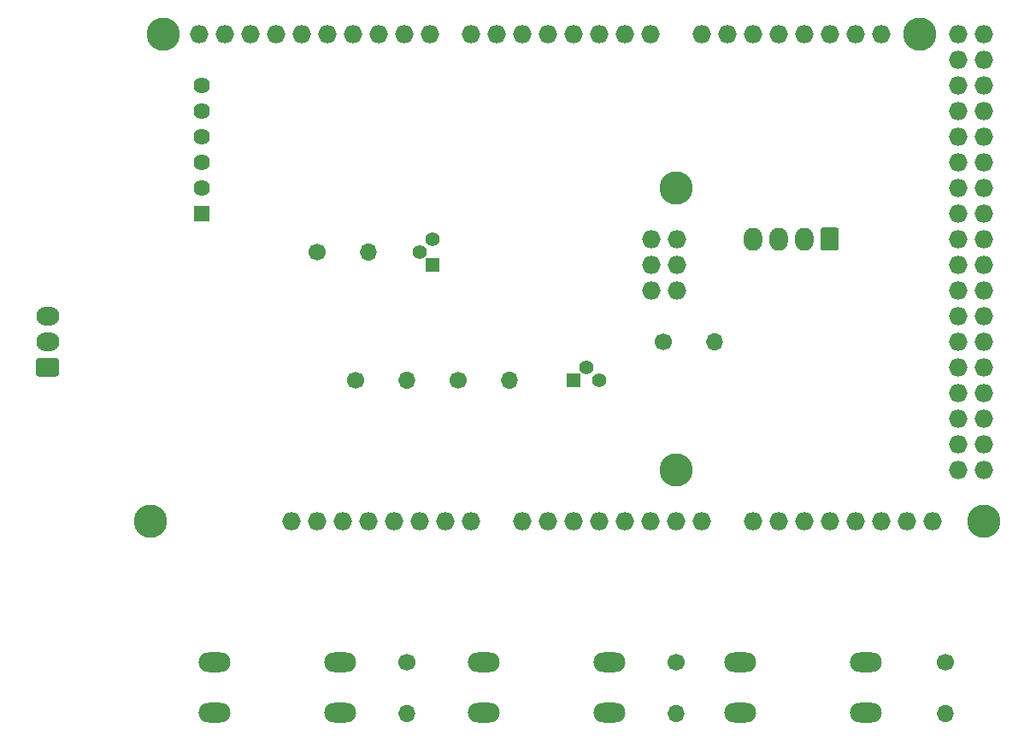
<source format=gbr>
%TF.GenerationSoftware,KiCad,Pcbnew,5.1.6-c6e7f7d~86~ubuntu16.04.1*%
%TF.CreationDate,2020-06-22T18:40:28+01:00*%
%TF.ProjectId,mirotan-due-cassette-shield,6d69726f-7461-46e2-9d64-75652d636173,rev?*%
%TF.SameCoordinates,Original*%
%TF.FileFunction,Soldermask,Top*%
%TF.FilePolarity,Negative*%
%FSLAX46Y46*%
G04 Gerber Fmt 4.6, Leading zero omitted, Abs format (unit mm)*
G04 Created by KiCad (PCBNEW 5.1.6-c6e7f7d~86~ubuntu16.04.1) date 2020-06-22 18:40:28*
%MOMM*%
%LPD*%
G01*
G04 APERTURE LIST*
%ADD10O,1.827200X1.827200*%
%ADD11C,3.300000*%
%ADD12O,3.148000X1.950000*%
%ADD13O,1.700000X1.700000*%
%ADD14C,1.700000*%
%ADD15O,1.840000X2.290000*%
%ADD16C,1.624000*%
%ADD17R,1.624000X1.624000*%
%ADD18R,1.400000X1.400000*%
%ADD19C,1.400000*%
%ADD20O,2.290000X1.840000*%
G04 APERTURE END LIST*
D10*
%TO.C,XA1*%
X63627000Y34290000D03*
X96520000Y11430000D03*
X93980000Y11430000D03*
X96520000Y13970000D03*
X93980000Y13970000D03*
X96520000Y16510000D03*
X93980000Y16510000D03*
X96520000Y19050000D03*
X93980000Y19050000D03*
X96520000Y21590000D03*
X93980000Y21590000D03*
X96520000Y24130000D03*
X93980000Y24130000D03*
X96520000Y26670000D03*
X93980000Y26670000D03*
X96520000Y29210000D03*
X93980000Y29210000D03*
X96520000Y31750000D03*
X93980000Y31750000D03*
X96520000Y34290000D03*
X93980000Y34290000D03*
X96520000Y36830000D03*
X93980000Y36830000D03*
X96520000Y39370000D03*
X93980000Y39370000D03*
X96520000Y41910000D03*
X93980000Y41910000D03*
X96520000Y44450000D03*
X93980000Y44450000D03*
X96520000Y46990000D03*
X93980000Y46990000D03*
X96520000Y49530000D03*
X93980000Y49530000D03*
X96520000Y52070000D03*
X93980000Y52070000D03*
X96520000Y54610000D03*
X93980000Y54610000D03*
X91440000Y6350000D03*
X88900000Y6350000D03*
X86360000Y6350000D03*
X83820000Y6350000D03*
X81280000Y6350000D03*
X78740000Y6350000D03*
X76200000Y6350000D03*
X73660000Y6350000D03*
X68580000Y6350000D03*
X66040000Y6350000D03*
X63500000Y6350000D03*
X60960000Y6350000D03*
X58420000Y6350000D03*
X55880000Y6350000D03*
X53340000Y6350000D03*
X27940000Y6350000D03*
X34036000Y54610000D03*
X31496000Y54610000D03*
X28956000Y54610000D03*
X23876000Y54610000D03*
X21336000Y54610000D03*
X18796000Y54610000D03*
D11*
X13970000Y6350000D03*
X96520000Y6350000D03*
X15240000Y54610000D03*
X90170000Y54610000D03*
X66040000Y39370000D03*
X66040000Y11430000D03*
D10*
X36576000Y54610000D03*
X39116000Y54610000D03*
X41656000Y54610000D03*
X26416000Y54610000D03*
X45720000Y54610000D03*
X48260000Y54610000D03*
X50800000Y54610000D03*
X53340000Y54610000D03*
X55880000Y54610000D03*
X58420000Y54610000D03*
X60960000Y54610000D03*
X63500000Y54610000D03*
X68580000Y54610000D03*
X71120000Y54610000D03*
X73660000Y54610000D03*
X76200000Y54610000D03*
X78740000Y54610000D03*
X81280000Y54610000D03*
X83820000Y54610000D03*
X86360000Y54610000D03*
X30480000Y6350000D03*
X33020000Y6350000D03*
X35560000Y6350000D03*
X38100000Y6350000D03*
X40640000Y6350000D03*
X43180000Y6350000D03*
X45720000Y6350000D03*
X50800000Y6350000D03*
X66167000Y34290000D03*
X63627000Y31750000D03*
X66167000Y31750000D03*
X66167000Y29210000D03*
X63627000Y29210000D03*
%TD*%
D12*
%TO.C,SW3*%
X72390000Y-12620000D03*
X72390000Y-7620000D03*
X84890000Y-12620000D03*
X84890000Y-7620000D03*
%TD*%
%TO.C,SW2*%
X20320000Y-12620000D03*
X20320000Y-7620000D03*
X32820000Y-12620000D03*
X32820000Y-7620000D03*
%TD*%
%TO.C,SW1*%
X46990000Y-12620000D03*
X46990000Y-7620000D03*
X59490000Y-12620000D03*
X59490000Y-7620000D03*
%TD*%
D13*
%TO.C,R7*%
X39370000Y-12700000D03*
D14*
X39370000Y-7620000D03*
%TD*%
D13*
%TO.C,R6*%
X92710000Y-12700000D03*
D14*
X92710000Y-7620000D03*
%TD*%
D13*
%TO.C,R5*%
X66040000Y-12700000D03*
D14*
X66040000Y-7620000D03*
%TD*%
D15*
%TO.C,J2*%
X73660000Y34290000D03*
X76200000Y34290000D03*
X78740000Y34290000D03*
G36*
G01*
X82200000Y35170633D02*
X82200000Y33409367D01*
G75*
G02*
X81935633Y33145000I-264367J0D01*
G01*
X80624367Y33145000D01*
G75*
G02*
X80360000Y33409367I0J264367D01*
G01*
X80360000Y35170633D01*
G75*
G02*
X80624367Y35435000I264367J0D01*
G01*
X81935633Y35435000D01*
G75*
G02*
X82200000Y35170633I0J-264367D01*
G01*
G37*
%TD*%
D16*
%TO.C,A1*%
X19050000Y49530000D03*
X19050000Y46990000D03*
X19050000Y44450000D03*
X19050000Y41910000D03*
X19050000Y39370000D03*
D17*
X19050000Y36830000D03*
%TD*%
D18*
%TO.C,Q2*%
X55880000Y20320000D03*
D19*
X58420000Y20320000D03*
X57150000Y21590000D03*
%TD*%
D18*
%TO.C,Q1*%
X41910000Y31750000D03*
D19*
X41910000Y34290000D03*
X40640000Y33020000D03*
%TD*%
D13*
%TO.C,R4*%
X69850000Y24130000D03*
D14*
X64770000Y24130000D03*
%TD*%
D13*
%TO.C,R3*%
X39370000Y20320000D03*
D14*
X34290000Y20320000D03*
%TD*%
D13*
%TO.C,R2*%
X49530000Y20320000D03*
D14*
X44450000Y20320000D03*
%TD*%
D13*
%TO.C,R1*%
X35560000Y33020000D03*
D14*
X30480000Y33020000D03*
%TD*%
D20*
%TO.C,J1*%
X3810000Y26670000D03*
X3810000Y24130000D03*
G36*
G01*
X4690633Y20670000D02*
X2929367Y20670000D01*
G75*
G02*
X2665000Y20934367I0J264367D01*
G01*
X2665000Y22245633D01*
G75*
G02*
X2929367Y22510000I264367J0D01*
G01*
X4690633Y22510000D01*
G75*
G02*
X4955000Y22245633I0J-264367D01*
G01*
X4955000Y20934367D01*
G75*
G02*
X4690633Y20670000I-264367J0D01*
G01*
G37*
%TD*%
M02*

</source>
